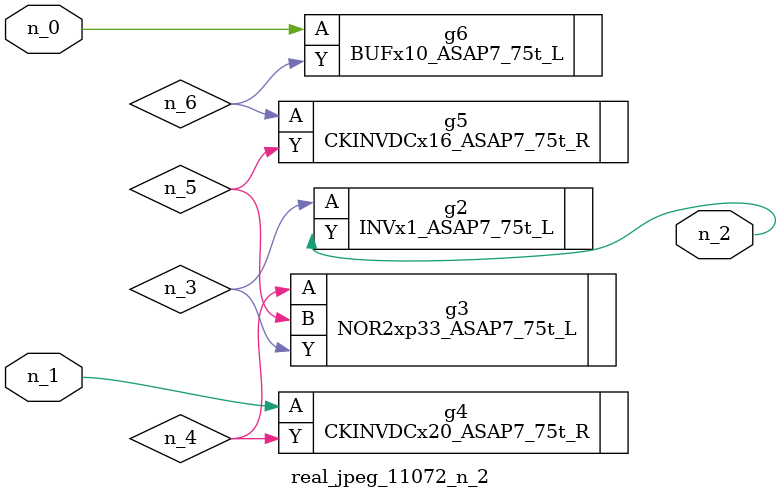
<source format=v>
module real_jpeg_11072_n_2 (n_1, n_0, n_2);

input n_1;
input n_0;

output n_2;

wire n_5;
wire n_4;
wire n_6;
wire n_3;

BUFx10_ASAP7_75t_L g6 ( 
.A(n_0),
.Y(n_6)
);

CKINVDCx20_ASAP7_75t_R g4 ( 
.A(n_1),
.Y(n_4)
);

INVx1_ASAP7_75t_L g2 ( 
.A(n_3),
.Y(n_2)
);

NOR2xp33_ASAP7_75t_L g3 ( 
.A(n_4),
.B(n_5),
.Y(n_3)
);

CKINVDCx16_ASAP7_75t_R g5 ( 
.A(n_6),
.Y(n_5)
);


endmodule
</source>
